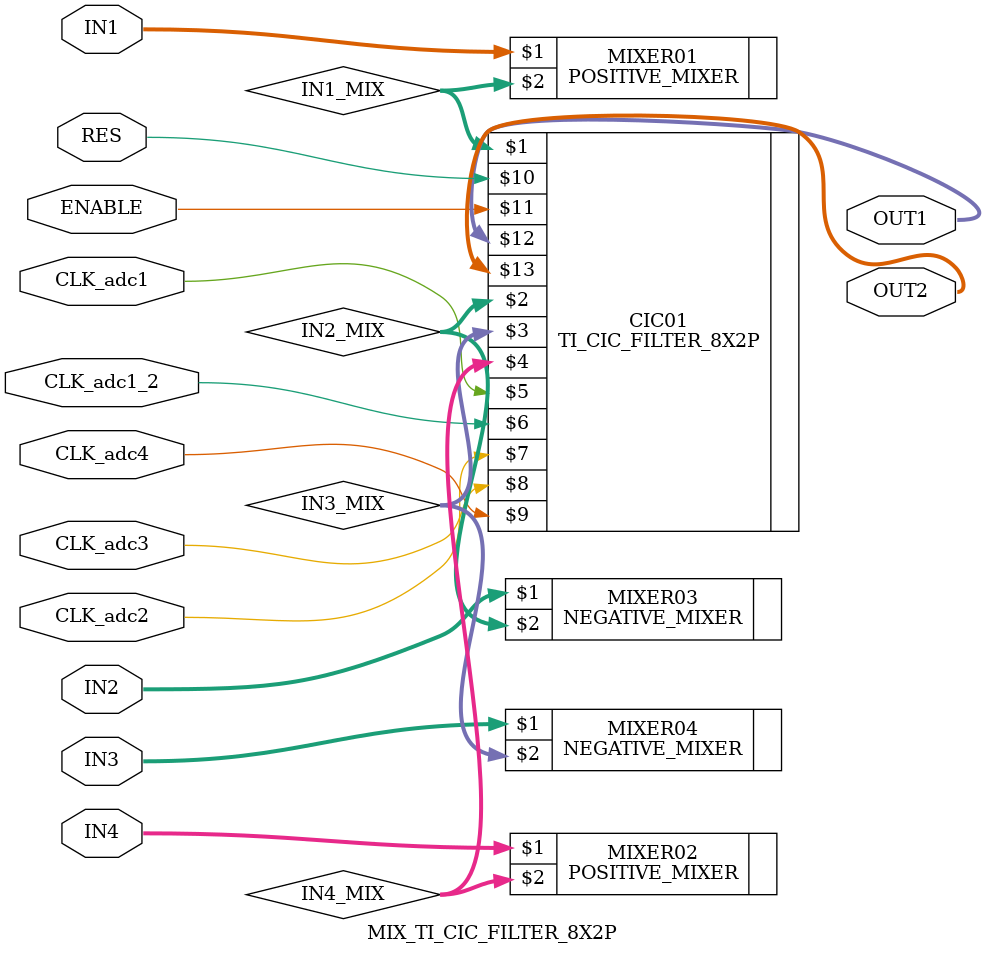
<source format=v>

module MIX_TI_CIC_FILTER_8X2P (IN1, IN2, IN3, IN4, CLK_adc1, CLK_adc1_2, CLK_adc2, CLK_adc3, CLK_adc4, RES, ENABLE, OUT1, OUT2);

	 parameter BW = 6;

	 input CLK_adc1, CLK_adc1_2, CLK_adc2, CLK_adc3, CLK_adc4, RES, ENABLE;
	 input signed [BW-1:0] IN1, IN2, IN3, IN4;
	 output signed [BW+4:0] OUT1, OUT2; 

	 wire signed [BW-1:0] IN1_MIX, IN2_MIX, IN3_MIX, IN4_MIX;

	POSITIVE_MIXER MIXER01(IN1, IN1_MIX),
			MIXER02(IN4, IN4_MIX);

	NEGATIVE_MIXER MIXER03(IN2, IN2_MIX),
			 MIXER04(IN3, IN3_MIX);

	TI_CIC_FILTER_8X2P CIC01(IN1_MIX, IN2_MIX, IN3_MIX, IN4_MIX, CLK_adc1, CLK_adc1_2, CLK_adc2, CLK_adc3, CLK_adc4, RES, ENABLE, OUT1, OUT2);


endmodule

</source>
